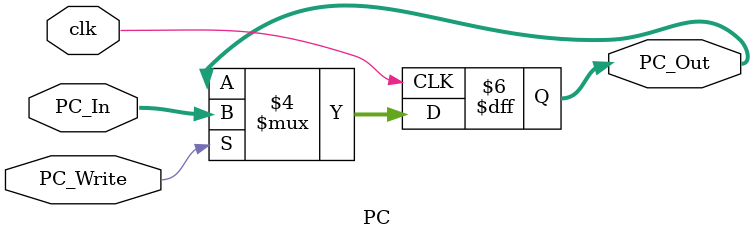
<source format=v>
module PC(
    input [31:0] PC_In,
    input PC_Write,
    input clk,
    output reg [31:0] PC_Out
);
initial begin
    PC_Out = 0;
end

always @(posedge clk) begin
    if (PC_Write) begin
        PC_Out = PC_In;
    end
end

endmodule
</source>
